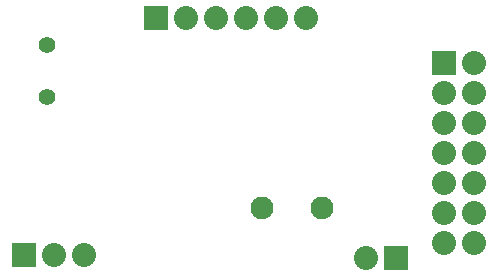
<source format=gbs>
G04 (created by PCBNEW-RS274X (2011-12-28 BZR 3254)-stable) date 12/14/2012 5:03:44 PM*
G01*
G70*
G90*
%MOIN*%
G04 Gerber Fmt 3.4, Leading zero omitted, Abs format*
%FSLAX34Y34*%
G04 APERTURE LIST*
%ADD10C,0.006000*%
%ADD11C,0.056000*%
%ADD12R,0.080000X0.080000*%
%ADD13C,0.080000*%
%ADD14C,0.076000*%
G04 APERTURE END LIST*
G54D10*
G54D11*
X39555Y-26200D03*
X39555Y-27920D03*
G54D12*
X52800Y-26800D03*
G54D13*
X53800Y-26800D03*
X52800Y-27800D03*
X53800Y-27800D03*
X52800Y-28800D03*
X53800Y-28800D03*
X52800Y-29800D03*
X53800Y-29800D03*
X52800Y-30800D03*
X53800Y-30800D03*
X52800Y-31800D03*
X53800Y-31800D03*
X52800Y-32800D03*
X53800Y-32800D03*
G54D12*
X38795Y-33180D03*
G54D13*
X39795Y-33180D03*
X40795Y-33180D03*
G54D12*
X51200Y-33300D03*
G54D13*
X50200Y-33300D03*
G54D12*
X43200Y-25300D03*
G54D13*
X44200Y-25300D03*
X45200Y-25300D03*
X46200Y-25300D03*
X47200Y-25300D03*
X48200Y-25300D03*
G54D14*
X46730Y-31620D03*
X48730Y-31620D03*
M02*

</source>
